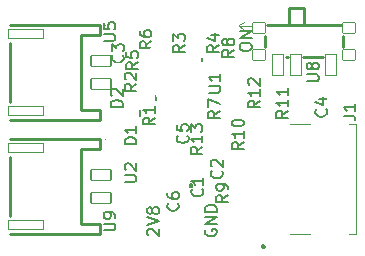
<source format=gbr>
%TF.GenerationSoftware,KiCad,Pcbnew,6.0.10-86aedd382b~118~ubuntu20.04.1*%
%TF.CreationDate,2023-02-01T15:39:36-08:00*%
%TF.ProjectId,CAD,4341442e-6b69-4636-9164-5f7063625858,rev?*%
%TF.SameCoordinates,Original*%
%TF.FileFunction,Legend,Top*%
%TF.FilePolarity,Positive*%
%FSLAX46Y46*%
G04 Gerber Fmt 4.6, Leading zero omitted, Abs format (unit mm)*
G04 Created by KiCad (PCBNEW 6.0.10-86aedd382b~118~ubuntu20.04.1) date 2023-02-01 15:39:36*
%MOMM*%
%LPD*%
G01*
G04 APERTURE LIST*
G04 Aperture macros list*
%AMRoundRect*
0 Rectangle with rounded corners*
0 $1 Rounding radius*
0 $2 $3 $4 $5 $6 $7 $8 $9 X,Y pos of 4 corners*
0 Add a 4 corners polygon primitive as box body*
4,1,4,$2,$3,$4,$5,$6,$7,$8,$9,$2,$3,0*
0 Add four circle primitives for the rounded corners*
1,1,$1+$1,$2,$3*
1,1,$1+$1,$4,$5*
1,1,$1+$1,$6,$7*
1,1,$1+$1,$8,$9*
0 Add four rect primitives between the rounded corners*
20,1,$1+$1,$2,$3,$4,$5,0*
20,1,$1+$1,$4,$5,$6,$7,0*
20,1,$1+$1,$6,$7,$8,$9,0*
20,1,$1+$1,$8,$9,$2,$3,0*%
G04 Aperture macros list end*
%ADD10C,0.120000*%
%ADD11C,0.150000*%
%ADD12C,0.254001*%
%ADD13C,0.059995*%
%ADD14C,0.153000*%
%ADD15RoundRect,0.051000X0.850000X-0.450000X0.850000X0.450000X-0.850000X0.450000X-0.850000X-0.450000X0*%
%ADD16RoundRect,0.051000X1.500000X-0.400000X1.500000X0.400000X-1.500000X0.400000X-1.500000X-0.400000X0*%
%ADD17C,0.951987*%
%ADD18RoundRect,0.051000X0.450000X0.900000X-0.450000X0.900000X-0.450000X-0.900000X0.450000X-0.900000X0*%
%ADD19RoundRect,0.051000X0.550000X0.464998X-0.550000X0.464998X-0.550000X-0.464998X0.550000X-0.464998X0*%
%ADD20C,0.712000*%
%ADD21C,0.702000*%
G04 APERTURE END LIST*
D10*
X79044800Y-148691600D02*
X79349600Y-148996400D01*
X79044800Y-148666200D02*
X79451200Y-148412200D01*
X80111600Y-148691600D02*
X79044800Y-148691600D01*
D11*
X79106780Y-150580647D02*
X79106780Y-150390171D01*
X79154400Y-150294933D01*
X79249638Y-150199695D01*
X79440114Y-150152076D01*
X79773447Y-150152076D01*
X79963923Y-150199695D01*
X80059161Y-150294933D01*
X80106780Y-150390171D01*
X80106780Y-150580647D01*
X80059161Y-150675885D01*
X79963923Y-150771123D01*
X79773447Y-150818742D01*
X79440114Y-150818742D01*
X79249638Y-150771123D01*
X79154400Y-150675885D01*
X79106780Y-150580647D01*
X80106780Y-149723504D02*
X79106780Y-149723504D01*
X80106780Y-149152076D01*
X79106780Y-149152076D01*
X71378819Y-166442876D02*
X71331200Y-166395257D01*
X71283580Y-166300019D01*
X71283580Y-166061923D01*
X71331200Y-165966685D01*
X71378819Y-165919066D01*
X71474057Y-165871447D01*
X71569295Y-165871447D01*
X71712152Y-165919066D01*
X72283580Y-166490495D01*
X72283580Y-165871447D01*
X71283580Y-165585733D02*
X72283580Y-165252400D01*
X71283580Y-164919066D01*
X71712152Y-164442876D02*
X71664533Y-164538114D01*
X71616914Y-164585733D01*
X71521676Y-164633352D01*
X71474057Y-164633352D01*
X71378819Y-164585733D01*
X71331200Y-164538114D01*
X71283580Y-164442876D01*
X71283580Y-164252400D01*
X71331200Y-164157161D01*
X71378819Y-164109542D01*
X71474057Y-164061923D01*
X71521676Y-164061923D01*
X71616914Y-164109542D01*
X71664533Y-164157161D01*
X71712152Y-164252400D01*
X71712152Y-164442876D01*
X71759771Y-164538114D01*
X71807390Y-164585733D01*
X71902628Y-164633352D01*
X72093104Y-164633352D01*
X72188342Y-164585733D01*
X72235961Y-164538114D01*
X72283580Y-164442876D01*
X72283580Y-164252400D01*
X72235961Y-164157161D01*
X72188342Y-164109542D01*
X72093104Y-164061923D01*
X71902628Y-164061923D01*
X71807390Y-164109542D01*
X71759771Y-164157161D01*
X71712152Y-164252400D01*
X76208000Y-165963504D02*
X76160380Y-166058742D01*
X76160380Y-166201600D01*
X76208000Y-166344457D01*
X76303238Y-166439695D01*
X76398476Y-166487314D01*
X76588952Y-166534933D01*
X76731809Y-166534933D01*
X76922285Y-166487314D01*
X77017523Y-166439695D01*
X77112761Y-166344457D01*
X77160380Y-166201600D01*
X77160380Y-166106361D01*
X77112761Y-165963504D01*
X77065142Y-165915885D01*
X76731809Y-165915885D01*
X76731809Y-166106361D01*
X77160380Y-165487314D02*
X76160380Y-165487314D01*
X77160380Y-164915885D01*
X76160380Y-164915885D01*
X77160380Y-164439695D02*
X76160380Y-164439695D01*
X76160380Y-164201600D01*
X76208000Y-164058742D01*
X76303238Y-163963504D01*
X76398476Y-163915885D01*
X76588952Y-163868266D01*
X76731809Y-163868266D01*
X76922285Y-163915885D01*
X77017523Y-163963504D01*
X77112761Y-164058742D01*
X77160380Y-164201600D01*
X77160380Y-164439695D01*
%TO.C,C2*%
X77573142Y-160992576D02*
X77620761Y-161040195D01*
X77668380Y-161183052D01*
X77668380Y-161278290D01*
X77620761Y-161421147D01*
X77525523Y-161516385D01*
X77430285Y-161564004D01*
X77239809Y-161611623D01*
X77096952Y-161611623D01*
X76906476Y-161564004D01*
X76811238Y-161516385D01*
X76716000Y-161421147D01*
X76668380Y-161278290D01*
X76668380Y-161183052D01*
X76716000Y-161040195D01*
X76763619Y-160992576D01*
X76763619Y-160611623D02*
X76716000Y-160564004D01*
X76668380Y-160468766D01*
X76668380Y-160230671D01*
X76716000Y-160135433D01*
X76763619Y-160087814D01*
X76858857Y-160040195D01*
X76954095Y-160040195D01*
X77096952Y-160087814D01*
X77668380Y-160659242D01*
X77668380Y-160040195D01*
%TO.C,U9*%
X67575180Y-166034404D02*
X68384704Y-166034404D01*
X68479942Y-165986785D01*
X68527561Y-165939166D01*
X68575180Y-165843928D01*
X68575180Y-165653452D01*
X68527561Y-165558214D01*
X68479942Y-165510595D01*
X68384704Y-165462976D01*
X67575180Y-165462976D01*
X68575180Y-164939166D02*
X68575180Y-164748690D01*
X68527561Y-164653452D01*
X68479942Y-164605833D01*
X68337085Y-164510595D01*
X68146609Y-164462976D01*
X67765657Y-164462976D01*
X67670419Y-164510595D01*
X67622800Y-164558214D01*
X67575180Y-164653452D01*
X67575180Y-164843928D01*
X67622800Y-164939166D01*
X67670419Y-164986785D01*
X67765657Y-165034404D01*
X68003752Y-165034404D01*
X68098990Y-164986785D01*
X68146609Y-164939166D01*
X68194228Y-164843928D01*
X68194228Y-164653452D01*
X68146609Y-164558214D01*
X68098990Y-164510595D01*
X68003752Y-164462976D01*
%TO.C,*%
%TO.C,U8*%
X84796380Y-153395804D02*
X85605904Y-153395804D01*
X85701142Y-153348185D01*
X85748761Y-153300566D01*
X85796380Y-153205328D01*
X85796380Y-153014852D01*
X85748761Y-152919614D01*
X85701142Y-152871995D01*
X85605904Y-152824376D01*
X84796380Y-152824376D01*
X85224952Y-152205328D02*
X85177333Y-152300566D01*
X85129714Y-152348185D01*
X85034476Y-152395804D01*
X84986857Y-152395804D01*
X84891619Y-152348185D01*
X84844000Y-152300566D01*
X84796380Y-152205328D01*
X84796380Y-152014852D01*
X84844000Y-151919614D01*
X84891619Y-151871995D01*
X84986857Y-151824376D01*
X85034476Y-151824376D01*
X85129714Y-151871995D01*
X85177333Y-151919614D01*
X85224952Y-152014852D01*
X85224952Y-152205328D01*
X85272571Y-152300566D01*
X85320190Y-152348185D01*
X85415428Y-152395804D01*
X85605904Y-152395804D01*
X85701142Y-152348185D01*
X85748761Y-152300566D01*
X85796380Y-152205328D01*
X85796380Y-152014852D01*
X85748761Y-151919614D01*
X85701142Y-151871995D01*
X85605904Y-151824376D01*
X85415428Y-151824376D01*
X85320190Y-151871995D01*
X85272571Y-151919614D01*
X85224952Y-152014852D01*
%TO.C,R3*%
X74467980Y-150338357D02*
X73991790Y-150671690D01*
X74467980Y-150909785D02*
X73467980Y-150909785D01*
X73467980Y-150528833D01*
X73515600Y-150433595D01*
X73563219Y-150385976D01*
X73658457Y-150338357D01*
X73801314Y-150338357D01*
X73896552Y-150385976D01*
X73944171Y-150433595D01*
X73991790Y-150528833D01*
X73991790Y-150909785D01*
X73467980Y-150005023D02*
X73467980Y-149385976D01*
X73848933Y-149719309D01*
X73848933Y-149576452D01*
X73896552Y-149481214D01*
X73944171Y-149433595D01*
X74039409Y-149385976D01*
X74277504Y-149385976D01*
X74372742Y-149433595D01*
X74420361Y-149481214D01*
X74467980Y-149576452D01*
X74467980Y-149862166D01*
X74420361Y-149957404D01*
X74372742Y-150005023D01*
%TO.C,*%
%TO.C,R9*%
X78125580Y-163038357D02*
X77649390Y-163371690D01*
X78125580Y-163609785D02*
X77125580Y-163609785D01*
X77125580Y-163228833D01*
X77173200Y-163133595D01*
X77220819Y-163085976D01*
X77316057Y-163038357D01*
X77458914Y-163038357D01*
X77554152Y-163085976D01*
X77601771Y-163133595D01*
X77649390Y-163228833D01*
X77649390Y-163609785D01*
X78125580Y-162562166D02*
X78125580Y-162371690D01*
X78077961Y-162276452D01*
X78030342Y-162228833D01*
X77887485Y-162133595D01*
X77697009Y-162085976D01*
X77316057Y-162085976D01*
X77220819Y-162133595D01*
X77173200Y-162181214D01*
X77125580Y-162276452D01*
X77125580Y-162466928D01*
X77173200Y-162562166D01*
X77220819Y-162609785D01*
X77316057Y-162657404D01*
X77554152Y-162657404D01*
X77649390Y-162609785D01*
X77697009Y-162562166D01*
X77744628Y-162466928D01*
X77744628Y-162276452D01*
X77697009Y-162181214D01*
X77649390Y-162133595D01*
X77554152Y-162085976D01*
%TO.C,R5*%
X70505580Y-151797776D02*
X70029390Y-152131109D01*
X70505580Y-152369204D02*
X69505580Y-152369204D01*
X69505580Y-151988252D01*
X69553200Y-151893014D01*
X69600819Y-151845395D01*
X69696057Y-151797776D01*
X69838914Y-151797776D01*
X69934152Y-151845395D01*
X69981771Y-151893014D01*
X70029390Y-151988252D01*
X70029390Y-152369204D01*
X69505580Y-150893014D02*
X69505580Y-151369204D01*
X69981771Y-151416823D01*
X69934152Y-151369204D01*
X69886533Y-151273966D01*
X69886533Y-151035871D01*
X69934152Y-150940633D01*
X69981771Y-150893014D01*
X70077009Y-150845395D01*
X70315104Y-150845395D01*
X70410342Y-150893014D01*
X70457961Y-150940633D01*
X70505580Y-151035871D01*
X70505580Y-151273966D01*
X70457961Y-151369204D01*
X70410342Y-151416823D01*
%TO.C,D2*%
X69184780Y-155569604D02*
X68184780Y-155569604D01*
X68184780Y-155331509D01*
X68232400Y-155188652D01*
X68327638Y-155093414D01*
X68422876Y-155045795D01*
X68613352Y-154998176D01*
X68756209Y-154998176D01*
X68946685Y-155045795D01*
X69041923Y-155093414D01*
X69137161Y-155188652D01*
X69184780Y-155331509D01*
X69184780Y-155569604D01*
X68280019Y-154617223D02*
X68232400Y-154569604D01*
X68184780Y-154474366D01*
X68184780Y-154236271D01*
X68232400Y-154141033D01*
X68280019Y-154093414D01*
X68375257Y-154045795D01*
X68470495Y-154045795D01*
X68613352Y-154093414D01*
X69184780Y-154664842D01*
X69184780Y-154045795D01*
%TO.C,C4*%
X86412342Y-155773957D02*
X86459961Y-155821576D01*
X86507580Y-155964433D01*
X86507580Y-156059671D01*
X86459961Y-156202528D01*
X86364723Y-156297766D01*
X86269485Y-156345385D01*
X86079009Y-156393004D01*
X85936152Y-156393004D01*
X85745676Y-156345385D01*
X85650438Y-156297766D01*
X85555200Y-156202528D01*
X85507580Y-156059671D01*
X85507580Y-155964433D01*
X85555200Y-155821576D01*
X85602819Y-155773957D01*
X85840914Y-154916814D02*
X86507580Y-154916814D01*
X85459961Y-155154909D02*
X86174247Y-155393004D01*
X86174247Y-154773957D01*
%TO.C,U5*%
X67575180Y-149992204D02*
X68384704Y-149992204D01*
X68479942Y-149944585D01*
X68527561Y-149896966D01*
X68575180Y-149801728D01*
X68575180Y-149611252D01*
X68527561Y-149516014D01*
X68479942Y-149468395D01*
X68384704Y-149420776D01*
X67575180Y-149420776D01*
X67575180Y-148468395D02*
X67575180Y-148944585D01*
X68051371Y-148992204D01*
X68003752Y-148944585D01*
X67956133Y-148849347D01*
X67956133Y-148611252D01*
X68003752Y-148516014D01*
X68051371Y-148468395D01*
X68146609Y-148420776D01*
X68384704Y-148420776D01*
X68479942Y-148468395D01*
X68527561Y-148516014D01*
X68575180Y-148611252D01*
X68575180Y-148849347D01*
X68527561Y-148944585D01*
X68479942Y-148992204D01*
%TO.C,R2*%
X70353180Y-153626576D02*
X69876990Y-153959909D01*
X70353180Y-154198004D02*
X69353180Y-154198004D01*
X69353180Y-153817052D01*
X69400800Y-153721814D01*
X69448419Y-153674195D01*
X69543657Y-153626576D01*
X69686514Y-153626576D01*
X69781752Y-153674195D01*
X69829371Y-153721814D01*
X69876990Y-153817052D01*
X69876990Y-154198004D01*
X69448419Y-153245623D02*
X69400800Y-153198004D01*
X69353180Y-153102766D01*
X69353180Y-152864671D01*
X69400800Y-152769433D01*
X69448419Y-152721814D01*
X69543657Y-152674195D01*
X69638895Y-152674195D01*
X69781752Y-152721814D01*
X70353180Y-153293242D01*
X70353180Y-152674195D01*
%TO.C,C6*%
X73864742Y-163735776D02*
X73912361Y-163783395D01*
X73959980Y-163926252D01*
X73959980Y-164021490D01*
X73912361Y-164164347D01*
X73817123Y-164259585D01*
X73721885Y-164307204D01*
X73531409Y-164354823D01*
X73388552Y-164354823D01*
X73198076Y-164307204D01*
X73102838Y-164259585D01*
X73007600Y-164164347D01*
X72959980Y-164021490D01*
X72959980Y-163926252D01*
X73007600Y-163783395D01*
X73055219Y-163735776D01*
X72959980Y-162878633D02*
X72959980Y-163069109D01*
X73007600Y-163164347D01*
X73055219Y-163211966D01*
X73198076Y-163307204D01*
X73388552Y-163354823D01*
X73769504Y-163354823D01*
X73864742Y-163307204D01*
X73912361Y-163259585D01*
X73959980Y-163164347D01*
X73959980Y-162973871D01*
X73912361Y-162878633D01*
X73864742Y-162831014D01*
X73769504Y-162783395D01*
X73531409Y-162783395D01*
X73436171Y-162831014D01*
X73388552Y-162878633D01*
X73340933Y-162973871D01*
X73340933Y-163164347D01*
X73388552Y-163259585D01*
X73436171Y-163307204D01*
X73531409Y-163354823D01*
%TO.C,R8*%
X78633580Y-150744757D02*
X78157390Y-151078090D01*
X78633580Y-151316185D02*
X77633580Y-151316185D01*
X77633580Y-150935233D01*
X77681200Y-150839995D01*
X77728819Y-150792376D01*
X77824057Y-150744757D01*
X77966914Y-150744757D01*
X78062152Y-150792376D01*
X78109771Y-150839995D01*
X78157390Y-150935233D01*
X78157390Y-151316185D01*
X78062152Y-150173328D02*
X78014533Y-150268566D01*
X77966914Y-150316185D01*
X77871676Y-150363804D01*
X77824057Y-150363804D01*
X77728819Y-150316185D01*
X77681200Y-150268566D01*
X77633580Y-150173328D01*
X77633580Y-149982852D01*
X77681200Y-149887614D01*
X77728819Y-149839995D01*
X77824057Y-149792376D01*
X77871676Y-149792376D01*
X77966914Y-149839995D01*
X78014533Y-149887614D01*
X78062152Y-149982852D01*
X78062152Y-150173328D01*
X78109771Y-150268566D01*
X78157390Y-150316185D01*
X78252628Y-150363804D01*
X78443104Y-150363804D01*
X78538342Y-150316185D01*
X78585961Y-150268566D01*
X78633580Y-150173328D01*
X78633580Y-149982852D01*
X78585961Y-149887614D01*
X78538342Y-149839995D01*
X78443104Y-149792376D01*
X78252628Y-149792376D01*
X78157390Y-149839995D01*
X78109771Y-149887614D01*
X78062152Y-149982852D01*
%TO.C,C1*%
X75922142Y-162530357D02*
X75969761Y-162577976D01*
X76017380Y-162720833D01*
X76017380Y-162816071D01*
X75969761Y-162958928D01*
X75874523Y-163054166D01*
X75779285Y-163101785D01*
X75588809Y-163149404D01*
X75445952Y-163149404D01*
X75255476Y-163101785D01*
X75160238Y-163054166D01*
X75065000Y-162958928D01*
X75017380Y-162816071D01*
X75017380Y-162720833D01*
X75065000Y-162577976D01*
X75112619Y-162530357D01*
X76017380Y-161577976D02*
X76017380Y-162149404D01*
X76017380Y-161863690D02*
X75017380Y-161863690D01*
X75160238Y-161958928D01*
X75255476Y-162054166D01*
X75303095Y-162149404D01*
%TO.C,R10*%
X79446380Y-158554176D02*
X78970190Y-158887509D01*
X79446380Y-159125604D02*
X78446380Y-159125604D01*
X78446380Y-158744652D01*
X78494000Y-158649414D01*
X78541619Y-158601795D01*
X78636857Y-158554176D01*
X78779714Y-158554176D01*
X78874952Y-158601795D01*
X78922571Y-158649414D01*
X78970190Y-158744652D01*
X78970190Y-159125604D01*
X79446380Y-157601795D02*
X79446380Y-158173223D01*
X79446380Y-157887509D02*
X78446380Y-157887509D01*
X78589238Y-157982747D01*
X78684476Y-158077985D01*
X78732095Y-158173223D01*
X78446380Y-156982747D02*
X78446380Y-156887509D01*
X78494000Y-156792271D01*
X78541619Y-156744652D01*
X78636857Y-156697033D01*
X78827333Y-156649414D01*
X79065428Y-156649414D01*
X79255904Y-156697033D01*
X79351142Y-156744652D01*
X79398761Y-156792271D01*
X79446380Y-156887509D01*
X79446380Y-156982747D01*
X79398761Y-157077985D01*
X79351142Y-157125604D01*
X79255904Y-157173223D01*
X79065428Y-157220842D01*
X78827333Y-157220842D01*
X78636857Y-157173223D01*
X78541619Y-157125604D01*
X78494000Y-157077985D01*
X78446380Y-156982747D01*
%TO.C,U1*%
X76465180Y-154361004D02*
X77274704Y-154361004D01*
X77369942Y-154313385D01*
X77417561Y-154265766D01*
X77465180Y-154170528D01*
X77465180Y-153980052D01*
X77417561Y-153884814D01*
X77369942Y-153837195D01*
X77274704Y-153789576D01*
X76465180Y-153789576D01*
X77465180Y-152789576D02*
X77465180Y-153361004D01*
X77465180Y-153075290D02*
X76465180Y-153075290D01*
X76608038Y-153170528D01*
X76703276Y-153265766D01*
X76750895Y-153361004D01*
%TO.C,U2*%
X69353180Y-161919604D02*
X70162704Y-161919604D01*
X70257942Y-161871985D01*
X70305561Y-161824366D01*
X70353180Y-161729128D01*
X70353180Y-161538652D01*
X70305561Y-161443414D01*
X70257942Y-161395795D01*
X70162704Y-161348176D01*
X69353180Y-161348176D01*
X69448419Y-160919604D02*
X69400800Y-160871985D01*
X69353180Y-160776747D01*
X69353180Y-160538652D01*
X69400800Y-160443414D01*
X69448419Y-160395795D01*
X69543657Y-160348176D01*
X69638895Y-160348176D01*
X69781752Y-160395795D01*
X70353180Y-160967223D01*
X70353180Y-160348176D01*
%TO.C,C5*%
X74677542Y-157995376D02*
X74725161Y-158042995D01*
X74772780Y-158185852D01*
X74772780Y-158281090D01*
X74725161Y-158423947D01*
X74629923Y-158519185D01*
X74534685Y-158566804D01*
X74344209Y-158614423D01*
X74201352Y-158614423D01*
X74010876Y-158566804D01*
X73915638Y-158519185D01*
X73820400Y-158423947D01*
X73772780Y-158281090D01*
X73772780Y-158185852D01*
X73820400Y-158042995D01*
X73868019Y-157995376D01*
X73772780Y-157090614D02*
X73772780Y-157566804D01*
X74248971Y-157614423D01*
X74201352Y-157566804D01*
X74153733Y-157471566D01*
X74153733Y-157233471D01*
X74201352Y-157138233D01*
X74248971Y-157090614D01*
X74344209Y-157042995D01*
X74582304Y-157042995D01*
X74677542Y-157090614D01*
X74725161Y-157138233D01*
X74772780Y-157233471D01*
X74772780Y-157471566D01*
X74725161Y-157566804D01*
X74677542Y-157614423D01*
%TO.C,R6*%
X71623180Y-150019776D02*
X71146990Y-150353109D01*
X71623180Y-150591204D02*
X70623180Y-150591204D01*
X70623180Y-150210252D01*
X70670800Y-150115014D01*
X70718419Y-150067395D01*
X70813657Y-150019776D01*
X70956514Y-150019776D01*
X71051752Y-150067395D01*
X71099371Y-150115014D01*
X71146990Y-150210252D01*
X71146990Y-150591204D01*
X70623180Y-149162633D02*
X70623180Y-149353109D01*
X70670800Y-149448347D01*
X70718419Y-149495966D01*
X70861276Y-149591204D01*
X71051752Y-149638823D01*
X71432704Y-149638823D01*
X71527942Y-149591204D01*
X71575561Y-149543585D01*
X71623180Y-149448347D01*
X71623180Y-149257871D01*
X71575561Y-149162633D01*
X71527942Y-149115014D01*
X71432704Y-149067395D01*
X71194609Y-149067395D01*
X71099371Y-149115014D01*
X71051752Y-149162633D01*
X71004133Y-149257871D01*
X71004133Y-149448347D01*
X71051752Y-149543585D01*
X71099371Y-149591204D01*
X71194609Y-149638823D01*
%TO.C,R4*%
X77363580Y-150338357D02*
X76887390Y-150671690D01*
X77363580Y-150909785D02*
X76363580Y-150909785D01*
X76363580Y-150528833D01*
X76411200Y-150433595D01*
X76458819Y-150385976D01*
X76554057Y-150338357D01*
X76696914Y-150338357D01*
X76792152Y-150385976D01*
X76839771Y-150433595D01*
X76887390Y-150528833D01*
X76887390Y-150909785D01*
X76696914Y-149481214D02*
X77363580Y-149481214D01*
X76315961Y-149719309D02*
X77030247Y-149957404D01*
X77030247Y-149338357D01*
%TO.C,R12*%
X80817980Y-155049938D02*
X80341790Y-155383271D01*
X80817980Y-155621366D02*
X79817980Y-155621366D01*
X79817980Y-155240414D01*
X79865600Y-155145176D01*
X79913219Y-155097557D01*
X80008457Y-155049938D01*
X80151314Y-155049938D01*
X80246552Y-155097557D01*
X80294171Y-155145176D01*
X80341790Y-155240414D01*
X80341790Y-155621366D01*
X80817980Y-154097557D02*
X80817980Y-154668985D01*
X80817980Y-154383271D02*
X79817980Y-154383271D01*
X79960838Y-154478509D01*
X80056076Y-154573747D01*
X80103695Y-154668985D01*
X79913219Y-153716604D02*
X79865600Y-153668985D01*
X79817980Y-153573747D01*
X79817980Y-153335652D01*
X79865600Y-153240414D01*
X79913219Y-153192795D01*
X80008457Y-153145176D01*
X80103695Y-153145176D01*
X80246552Y-153192795D01*
X80817980Y-153764223D01*
X80817980Y-153145176D01*
%TO.C,R1*%
X71927980Y-156485157D02*
X71451790Y-156818490D01*
X71927980Y-157056585D02*
X70927980Y-157056585D01*
X70927980Y-156675633D01*
X70975600Y-156580395D01*
X71023219Y-156532776D01*
X71118457Y-156485157D01*
X71261314Y-156485157D01*
X71356552Y-156532776D01*
X71404171Y-156580395D01*
X71451790Y-156675633D01*
X71451790Y-157056585D01*
X71927980Y-155532776D02*
X71927980Y-156104204D01*
X71927980Y-155818490D02*
X70927980Y-155818490D01*
X71070838Y-155913728D01*
X71166076Y-156008966D01*
X71213695Y-156104204D01*
%TO.C,R11*%
X83205580Y-155913538D02*
X82729390Y-156246871D01*
X83205580Y-156484966D02*
X82205580Y-156484966D01*
X82205580Y-156104014D01*
X82253200Y-156008776D01*
X82300819Y-155961157D01*
X82396057Y-155913538D01*
X82538914Y-155913538D01*
X82634152Y-155961157D01*
X82681771Y-156008776D01*
X82729390Y-156104014D01*
X82729390Y-156484966D01*
X83205580Y-154961157D02*
X83205580Y-155532585D01*
X83205580Y-155246871D02*
X82205580Y-155246871D01*
X82348438Y-155342109D01*
X82443676Y-155437347D01*
X82491295Y-155532585D01*
X83205580Y-154008776D02*
X83205580Y-154580204D01*
X83205580Y-154294490D02*
X82205580Y-154294490D01*
X82348438Y-154389728D01*
X82443676Y-154484966D01*
X82491295Y-154580204D01*
%TO.C,J1*%
X87895180Y-156329576D02*
X88609466Y-156329576D01*
X88752323Y-156377195D01*
X88847561Y-156472433D01*
X88895180Y-156615290D01*
X88895180Y-156710528D01*
X88895180Y-155329576D02*
X88895180Y-155901004D01*
X88895180Y-155615290D02*
X87895180Y-155615290D01*
X88038038Y-155710528D01*
X88133276Y-155805766D01*
X88180895Y-155901004D01*
%TO.C,C3*%
X69191142Y-151201957D02*
X69238761Y-151249576D01*
X69286380Y-151392433D01*
X69286380Y-151487671D01*
X69238761Y-151630528D01*
X69143523Y-151725766D01*
X69048285Y-151773385D01*
X68857809Y-151821004D01*
X68714952Y-151821004D01*
X68524476Y-151773385D01*
X68429238Y-151725766D01*
X68334000Y-151630528D01*
X68286380Y-151487671D01*
X68286380Y-151392433D01*
X68334000Y-151249576D01*
X68381619Y-151201957D01*
X68286380Y-150868623D02*
X68286380Y-150249576D01*
X68667333Y-150582909D01*
X68667333Y-150440052D01*
X68714952Y-150344814D01*
X68762571Y-150297195D01*
X68857809Y-150249576D01*
X69095904Y-150249576D01*
X69191142Y-150297195D01*
X69238761Y-150344814D01*
X69286380Y-150440052D01*
X69286380Y-150725766D01*
X69238761Y-150821004D01*
X69191142Y-150868623D01*
%TO.C,R13*%
X75941180Y-158961538D02*
X75464990Y-159294871D01*
X75941180Y-159532966D02*
X74941180Y-159532966D01*
X74941180Y-159152014D01*
X74988800Y-159056776D01*
X75036419Y-159009157D01*
X75131657Y-158961538D01*
X75274514Y-158961538D01*
X75369752Y-159009157D01*
X75417371Y-159056776D01*
X75464990Y-159152014D01*
X75464990Y-159532966D01*
X75941180Y-158009157D02*
X75941180Y-158580585D01*
X75941180Y-158294871D02*
X74941180Y-158294871D01*
X75084038Y-158390109D01*
X75179276Y-158485347D01*
X75226895Y-158580585D01*
X74941180Y-157675823D02*
X74941180Y-157056776D01*
X75322133Y-157390109D01*
X75322133Y-157247252D01*
X75369752Y-157152014D01*
X75417371Y-157104395D01*
X75512609Y-157056776D01*
X75750704Y-157056776D01*
X75845942Y-157104395D01*
X75893561Y-157152014D01*
X75941180Y-157247252D01*
X75941180Y-157532966D01*
X75893561Y-157628204D01*
X75845942Y-157675823D01*
%TO.C,R7*%
X77414380Y-155937976D02*
X76938190Y-156271309D01*
X77414380Y-156509404D02*
X76414380Y-156509404D01*
X76414380Y-156128452D01*
X76462000Y-156033214D01*
X76509619Y-155985595D01*
X76604857Y-155937976D01*
X76747714Y-155937976D01*
X76842952Y-155985595D01*
X76890571Y-156033214D01*
X76938190Y-156128452D01*
X76938190Y-156509404D01*
X76414380Y-155604642D02*
X76414380Y-154937976D01*
X77414380Y-155366547D01*
%TO.C,D1*%
X70353180Y-158732985D02*
X69353180Y-158732985D01*
X69353180Y-158494890D01*
X69400800Y-158352033D01*
X69496038Y-158256795D01*
X69591276Y-158209176D01*
X69781752Y-158161557D01*
X69924609Y-158161557D01*
X70115085Y-158209176D01*
X70210323Y-158256795D01*
X70305561Y-158352033D01*
X70353180Y-158494890D01*
X70353180Y-158732985D01*
X70353180Y-157209176D02*
X70353180Y-157780604D01*
X70353180Y-157494890D02*
X69353180Y-157494890D01*
X69496038Y-157590128D01*
X69591276Y-157685366D01*
X69638895Y-157780604D01*
%TO.C,*%
D12*
%TO.C,U9*%
X67274981Y-166305594D02*
X59674905Y-166305594D01*
X65675159Y-159105162D02*
X65675159Y-165505975D01*
X59674905Y-158305568D02*
X67274981Y-158305568D01*
X67275032Y-165506051D02*
X67275032Y-166306152D01*
X59675159Y-164805848D02*
X59675159Y-159805848D01*
X67274879Y-158305568D02*
X67274879Y-159105594D01*
X65675159Y-165506076D02*
X67275438Y-165506076D01*
X67274879Y-159105594D02*
X65675159Y-159105594D01*
D13*
X67780010Y-158305873D02*
G75*
G03*
X67780010Y-158305873I-29972J0D01*
G01*
D12*
%TO.C,U8*%
X81382127Y-148665144D02*
X87782127Y-148665144D01*
X87882152Y-149553206D02*
X87882152Y-150477006D01*
X84490230Y-151365068D02*
X86173974Y-151365068D01*
X84582127Y-147165068D02*
X84582127Y-148665144D01*
X83282051Y-148665144D02*
X83282051Y-147165068D01*
X83282051Y-147165068D02*
X84582127Y-147165068D01*
X81282102Y-149553206D02*
X81282102Y-150477006D01*
X82990230Y-151365068D02*
X83174024Y-151365068D01*
D13*
X88464651Y-152376574D02*
G75*
G03*
X88464651Y-152376574I-29997J0D01*
G01*
D14*
%TO.C,D2*%
X72058500Y-154542300D02*
X72058500Y-155001300D01*
D12*
%TO.C,U5*%
X67274981Y-156653594D02*
X59674905Y-156653594D01*
X65675159Y-155854076D02*
X67275438Y-155854076D01*
X59675159Y-155153848D02*
X59675159Y-150153848D01*
X67274879Y-149453594D02*
X65675159Y-149453594D01*
X59674905Y-148653568D02*
X67274981Y-148653568D01*
X67275032Y-155854051D02*
X67275032Y-156654152D01*
X67274879Y-148653568D02*
X67274879Y-149453594D01*
X65675159Y-149453162D02*
X65675159Y-155853975D01*
D13*
X67780010Y-148653873D02*
G75*
G03*
X67780010Y-148653873I-29972J0D01*
G01*
D14*
%TO.C,U1*%
X75914500Y-151409500D02*
X75914500Y-151715500D01*
%TO.C,U2*%
G36*
X75033018Y-162043843D02*
G01*
X75070537Y-162055224D01*
X75105114Y-162073706D01*
X75135421Y-162098579D01*
X75160294Y-162128886D01*
X75178776Y-162163463D01*
X75190157Y-162200982D01*
X75194000Y-162240000D01*
X75190157Y-162279018D01*
X75178776Y-162316537D01*
X75160294Y-162351114D01*
X75135421Y-162381421D01*
X75105114Y-162406294D01*
X75070537Y-162424776D01*
X75033018Y-162436157D01*
X74994000Y-162440000D01*
X74954982Y-162436157D01*
X74917463Y-162424776D01*
X74882886Y-162406294D01*
X74852579Y-162381421D01*
X74827706Y-162351114D01*
X74809224Y-162316537D01*
X74797843Y-162279018D01*
X74794000Y-162240000D01*
X74797843Y-162200982D01*
X74809224Y-162163463D01*
X74827706Y-162128886D01*
X74852579Y-162098579D01*
X74882886Y-162073706D01*
X74917463Y-162055224D01*
X74954982Y-162043843D01*
X74994000Y-162040000D01*
X75033018Y-162043843D01*
G37*
%TO.C,J1*%
G36*
X81136018Y-167208343D02*
G01*
X81173537Y-167219724D01*
X81208114Y-167238206D01*
X81238421Y-167263079D01*
X81263294Y-167293386D01*
X81281776Y-167327963D01*
X81293157Y-167365482D01*
X81297000Y-167404500D01*
X81293157Y-167443518D01*
X81281776Y-167481037D01*
X81263294Y-167515614D01*
X81238421Y-167545921D01*
X81208114Y-167570794D01*
X81173537Y-167589276D01*
X81136018Y-167600657D01*
X81097000Y-167604500D01*
X81057982Y-167600657D01*
X81020463Y-167589276D01*
X80985886Y-167570794D01*
X80955579Y-167545921D01*
X80930706Y-167515614D01*
X80912224Y-167481037D01*
X80900843Y-167443518D01*
X80897000Y-167404500D01*
X80900843Y-167365482D01*
X80912224Y-167327963D01*
X80930706Y-167293386D01*
X80955579Y-167263079D01*
X80985886Y-167238206D01*
X81020463Y-167219724D01*
X81057982Y-167208343D01*
X81097000Y-167204500D01*
X81136018Y-167208343D01*
G37*
D10*
X88917000Y-166324500D02*
X88917000Y-156980500D01*
X85097000Y-156980500D02*
X83377000Y-156980500D01*
X88917000Y-156980500D02*
X88377000Y-156980500D01*
X88377000Y-166324500D02*
X88917000Y-166324500D01*
X83377000Y-166324500D02*
X85097000Y-166324500D01*
D14*
%TO.C,D1*%
X70704300Y-155863100D02*
X70704300Y-156322100D01*
%TD*%
%LPC*%
%TO.C,C2*%
G36*
X76550000Y-160552889D02*
G01*
X75850000Y-160552889D01*
X75850000Y-159995111D01*
X76550000Y-159995111D01*
X76550000Y-160552889D01*
G37*
G36*
X76550000Y-161550111D02*
G01*
X75850000Y-161550111D01*
X75850000Y-160992333D01*
X76550000Y-160992333D01*
X76550000Y-161550111D01*
G37*
%TO.C,*%
G36*
X70054845Y-164324175D02*
G01*
X70251818Y-164383926D01*
X70433349Y-164480957D01*
X70592462Y-164611538D01*
X70723043Y-164770651D01*
X70820074Y-164952182D01*
X70879825Y-165149155D01*
X70900000Y-165354000D01*
X70879825Y-165558845D01*
X70820074Y-165755818D01*
X70723043Y-165937349D01*
X70592462Y-166096462D01*
X70433349Y-166227043D01*
X70251818Y-166324074D01*
X70054845Y-166383825D01*
X69850000Y-166404000D01*
X69645155Y-166383825D01*
X69448182Y-166324074D01*
X69266651Y-166227043D01*
X69107538Y-166096462D01*
X68976957Y-165937349D01*
X68879926Y-165755818D01*
X68820175Y-165558845D01*
X68800000Y-165354000D01*
X68820175Y-165149155D01*
X68879926Y-164952182D01*
X68976957Y-164770651D01*
X69107538Y-164611538D01*
X69266651Y-164480957D01*
X69448182Y-164383926D01*
X69645155Y-164324175D01*
X69850000Y-164304000D01*
X70054845Y-164324175D01*
G37*
%TO.C,U8*%
G36*
X83164912Y-149598355D02*
G01*
X83244638Y-149622539D01*
X83318114Y-149661813D01*
X83382516Y-149714666D01*
X83435369Y-149779068D01*
X83474643Y-149852544D01*
X83498827Y-149932270D01*
X83506993Y-150015182D01*
X83498827Y-150098094D01*
X83474643Y-150177820D01*
X83435369Y-150251296D01*
X83382516Y-150315698D01*
X83318114Y-150368551D01*
X83244638Y-150407825D01*
X83164912Y-150432009D01*
X83082000Y-150440176D01*
X82999088Y-150432009D01*
X82919362Y-150407825D01*
X82845886Y-150368551D01*
X82781484Y-150315698D01*
X82728631Y-150251296D01*
X82689357Y-150177820D01*
X82665173Y-150098094D01*
X82657006Y-150015182D01*
X82665173Y-149932270D01*
X82689357Y-149852544D01*
X82728631Y-149779068D01*
X82781484Y-149714666D01*
X82845886Y-149661813D01*
X82919362Y-149622539D01*
X82999088Y-149598355D01*
X83082000Y-149590188D01*
X83164912Y-149598355D01*
G37*
G36*
X86164912Y-149598355D02*
G01*
X86244638Y-149622539D01*
X86318114Y-149661813D01*
X86382516Y-149714666D01*
X86435369Y-149779068D01*
X86474643Y-149852544D01*
X86498827Y-149932270D01*
X86506994Y-150015182D01*
X86498827Y-150098094D01*
X86474643Y-150177820D01*
X86435369Y-150251296D01*
X86382516Y-150315698D01*
X86318114Y-150368551D01*
X86244638Y-150407825D01*
X86164912Y-150432009D01*
X86082000Y-150440176D01*
X85999088Y-150432009D01*
X85919362Y-150407825D01*
X85845886Y-150368551D01*
X85781484Y-150315698D01*
X85728631Y-150251296D01*
X85689357Y-150177820D01*
X85665173Y-150098094D01*
X85657007Y-150015182D01*
X85665173Y-149932270D01*
X85689357Y-149852544D01*
X85728631Y-149779068D01*
X85781484Y-149714666D01*
X85845886Y-149661813D01*
X85919362Y-149622539D01*
X85999088Y-149598355D01*
X86082000Y-149590188D01*
X86164912Y-149598355D01*
G37*
%TO.C,R3*%
G36*
X73117000Y-150032277D02*
G01*
X72417000Y-150032277D01*
X72417000Y-149551999D01*
X73117000Y-149551999D01*
X73117000Y-150032277D01*
G37*
G36*
X73117000Y-150951999D02*
G01*
X72417000Y-150951999D01*
X72417000Y-150471721D01*
X73117000Y-150471721D01*
X73117000Y-150951999D01*
G37*
%TO.C,*%
G36*
X78690845Y-164324175D02*
G01*
X78887818Y-164383926D01*
X79069349Y-164480957D01*
X79228462Y-164611538D01*
X79359043Y-164770651D01*
X79456074Y-164952182D01*
X79515825Y-165149155D01*
X79536000Y-165354000D01*
X79515825Y-165558845D01*
X79456074Y-165755818D01*
X79359043Y-165937349D01*
X79228462Y-166096462D01*
X79069349Y-166227043D01*
X78887818Y-166324074D01*
X78690845Y-166383825D01*
X78486000Y-166404000D01*
X78281155Y-166383825D01*
X78084182Y-166324074D01*
X77902651Y-166227043D01*
X77743538Y-166096462D01*
X77612957Y-165937349D01*
X77515926Y-165755818D01*
X77456175Y-165558845D01*
X77436000Y-165354000D01*
X77456175Y-165149155D01*
X77515926Y-164952182D01*
X77612957Y-164770651D01*
X77743538Y-164611538D01*
X77902651Y-164480957D01*
X78084182Y-164383926D01*
X78281155Y-164324175D01*
X78486000Y-164304000D01*
X78690845Y-164324175D01*
G37*
%TO.C,R9*%
G36*
X79744800Y-163214800D02*
G01*
X79264522Y-163214800D01*
X79264522Y-162514800D01*
X79744800Y-162514800D01*
X79744800Y-163214800D01*
G37*
G36*
X78825078Y-163214800D02*
G01*
X78344800Y-163214800D01*
X78344800Y-162514800D01*
X78825078Y-162514800D01*
X78825078Y-163214800D01*
G37*
%TO.C,R5*%
G36*
X71081278Y-153141999D02*
G01*
X70601000Y-153141999D01*
X70601000Y-152441999D01*
X71081278Y-152441999D01*
X71081278Y-153141999D01*
G37*
G36*
X72001000Y-153141999D02*
G01*
X71520722Y-153141999D01*
X71520722Y-152441999D01*
X72001000Y-152441999D01*
X72001000Y-153141999D01*
G37*
%TO.C,D2*%
G36*
X70334132Y-155515800D02*
G01*
X69722000Y-155515800D01*
X69722000Y-154465800D01*
X70334132Y-154465800D01*
X70334132Y-155515800D01*
G37*
G36*
X71772000Y-155515800D02*
G01*
X71159868Y-155515800D01*
X71159868Y-154465800D01*
X71772000Y-154465800D01*
X71772000Y-155515800D01*
G37*
%TO.C,C4*%
G36*
X85186000Y-156312500D02*
G01*
X84486000Y-156312500D01*
X84486000Y-155794722D01*
X85186000Y-155794722D01*
X85186000Y-156312500D01*
G37*
G36*
X85186000Y-155355278D02*
G01*
X84486000Y-155355278D01*
X84486000Y-154837500D01*
X85186000Y-154837500D01*
X85186000Y-155355278D01*
G37*
%TO.C,R2*%
G36*
X71081278Y-154157999D02*
G01*
X70601000Y-154157999D01*
X70601000Y-153457999D01*
X71081278Y-153457999D01*
X71081278Y-154157999D01*
G37*
G36*
X72001000Y-154157999D02*
G01*
X71520722Y-154157999D01*
X71520722Y-153457999D01*
X72001000Y-153457999D01*
X72001000Y-154157999D01*
G37*
%TO.C,C6*%
G36*
X71408278Y-163672000D02*
G01*
X70890500Y-163672000D01*
X70890500Y-162972000D01*
X71408278Y-162972000D01*
X71408278Y-163672000D01*
G37*
G36*
X72365500Y-163672000D02*
G01*
X71847722Y-163672000D01*
X71847722Y-162972000D01*
X72365500Y-162972000D01*
X72365500Y-163672000D01*
G37*
%TO.C,R8*%
G36*
X77936000Y-152270000D02*
G01*
X77455722Y-152270000D01*
X77455722Y-151570000D01*
X77936000Y-151570000D01*
X77936000Y-152270000D01*
G37*
G36*
X77016278Y-152270000D02*
G01*
X76536000Y-152270000D01*
X76536000Y-151570000D01*
X77016278Y-151570000D01*
X77016278Y-152270000D01*
G37*
%TO.C,C1*%
G36*
X75534000Y-161559500D02*
G01*
X74834000Y-161559500D01*
X74834000Y-161001722D01*
X75534000Y-161001722D01*
X75534000Y-161559500D01*
G37*
G36*
X75534000Y-160562278D02*
G01*
X74834000Y-160562278D01*
X74834000Y-160004500D01*
X75534000Y-160004500D01*
X75534000Y-160562278D01*
G37*
%TO.C,R10*%
G36*
X79028278Y-160116000D02*
G01*
X78548000Y-160116000D01*
X78548000Y-159416000D01*
X79028278Y-159416000D01*
X79028278Y-160116000D01*
G37*
G36*
X79948000Y-160116000D02*
G01*
X79467722Y-160116000D01*
X79467722Y-159416000D01*
X79948000Y-159416000D01*
X79948000Y-160116000D01*
G37*
%TO.C,U1*%
G36*
X74671000Y-152136000D02*
G01*
X74411000Y-152136000D01*
X74411000Y-151236000D01*
X74671000Y-151236000D01*
X74671000Y-152136000D01*
G37*
G36*
X73241000Y-152566000D02*
G01*
X72341000Y-152566000D01*
X72341000Y-152306000D01*
X73241000Y-152306000D01*
X73241000Y-152566000D01*
G37*
G36*
X76241000Y-152566000D02*
G01*
X75341000Y-152566000D01*
X75341000Y-152306000D01*
X76241000Y-152306000D01*
X76241000Y-152566000D01*
G37*
G36*
X73241000Y-154066000D02*
G01*
X72341000Y-154066000D01*
X72341000Y-153806000D01*
X73241000Y-153806000D01*
X73241000Y-154066000D01*
G37*
G36*
X75181000Y-154076000D02*
G01*
X73401000Y-154076000D01*
X73401000Y-152296000D01*
X75181000Y-152296000D01*
X75181000Y-154076000D01*
G37*
G36*
X73671000Y-155136000D02*
G01*
X73411000Y-155136000D01*
X73411000Y-154236000D01*
X73671000Y-154236000D01*
X73671000Y-155136000D01*
G37*
G36*
X74171000Y-155136000D02*
G01*
X73911000Y-155136000D01*
X73911000Y-154236000D01*
X74171000Y-154236000D01*
X74171000Y-155136000D01*
G37*
G36*
X73671000Y-152136000D02*
G01*
X73411000Y-152136000D01*
X73411000Y-151236000D01*
X73671000Y-151236000D01*
X73671000Y-152136000D01*
G37*
G36*
X74171000Y-152136000D02*
G01*
X73911000Y-152136000D01*
X73911000Y-151236000D01*
X74171000Y-151236000D01*
X74171000Y-152136000D01*
G37*
G36*
X76241000Y-154066000D02*
G01*
X75341000Y-154066000D01*
X75341000Y-153806000D01*
X76241000Y-153806000D01*
X76241000Y-154066000D01*
G37*
G36*
X75171000Y-155136000D02*
G01*
X74911000Y-155136000D01*
X74911000Y-154236000D01*
X75171000Y-154236000D01*
X75171000Y-155136000D01*
G37*
G36*
X73241000Y-153066000D02*
G01*
X72341000Y-153066000D01*
X72341000Y-152806000D01*
X73241000Y-152806000D01*
X73241000Y-153066000D01*
G37*
G36*
X74671000Y-155136000D02*
G01*
X74411000Y-155136000D01*
X74411000Y-154236000D01*
X74671000Y-154236000D01*
X74671000Y-155136000D01*
G37*
G36*
X75171000Y-152136000D02*
G01*
X74911000Y-152136000D01*
X74911000Y-151236000D01*
X75171000Y-151236000D01*
X75171000Y-152136000D01*
G37*
G36*
X76241000Y-153566000D02*
G01*
X75341000Y-153566000D01*
X75341000Y-153306000D01*
X76241000Y-153306000D01*
X76241000Y-153566000D01*
G37*
G36*
X76241000Y-153066000D02*
G01*
X75341000Y-153066000D01*
X75341000Y-152806000D01*
X76241000Y-152806000D01*
X76241000Y-153066000D01*
G37*
G36*
X73241000Y-153566000D02*
G01*
X72341000Y-153566000D01*
X72341000Y-153306000D01*
X73241000Y-153306000D01*
X73241000Y-153566000D01*
G37*
%TO.C,U2*%
G36*
X71869000Y-162590000D02*
G01*
X70719000Y-162590000D01*
X70719000Y-161890000D01*
X71869000Y-161890000D01*
X71869000Y-162590000D01*
G37*
G36*
X74569000Y-160690000D02*
G01*
X73419000Y-160690000D01*
X73419000Y-159990000D01*
X74569000Y-159990000D01*
X74569000Y-160690000D01*
G37*
G36*
X74569000Y-161640000D02*
G01*
X73419000Y-161640000D01*
X73419000Y-160940000D01*
X74569000Y-160940000D01*
X74569000Y-161640000D01*
G37*
G36*
X74569000Y-162590000D02*
G01*
X73419000Y-162590000D01*
X73419000Y-161890000D01*
X74569000Y-161890000D01*
X74569000Y-162590000D01*
G37*
G36*
X71869000Y-160690000D02*
G01*
X70719000Y-160690000D01*
X70719000Y-159990000D01*
X71869000Y-159990000D01*
X71869000Y-160690000D01*
G37*
%TO.C,C5*%
G36*
X74006000Y-155874277D02*
G01*
X73306000Y-155874277D01*
X73306000Y-155356499D01*
X74006000Y-155356499D01*
X74006000Y-155874277D01*
G37*
G36*
X74006000Y-156831499D02*
G01*
X73306000Y-156831499D01*
X73306000Y-156313721D01*
X74006000Y-156313721D01*
X74006000Y-156831499D01*
G37*
%TO.C,R6*%
G36*
X71081278Y-152125999D02*
G01*
X70601000Y-152125999D01*
X70601000Y-151425999D01*
X71081278Y-151425999D01*
X71081278Y-152125999D01*
G37*
G36*
X72001000Y-152125999D02*
G01*
X71520722Y-152125999D01*
X71520722Y-151425999D01*
X72001000Y-151425999D01*
X72001000Y-152125999D01*
G37*
%TO.C,R4*%
G36*
X76165000Y-150951999D02*
G01*
X75465000Y-150951999D01*
X75465000Y-150471721D01*
X76165000Y-150471721D01*
X76165000Y-150951999D01*
G37*
G36*
X76165000Y-150032277D02*
G01*
X75465000Y-150032277D01*
X75465000Y-149551999D01*
X76165000Y-149551999D01*
X76165000Y-150032277D01*
G37*
%TO.C,R12*%
G36*
X81472000Y-152877000D02*
G01*
X80991722Y-152877000D01*
X80991722Y-152177000D01*
X81472000Y-152177000D01*
X81472000Y-152877000D01*
G37*
G36*
X80552278Y-152877000D02*
G01*
X80072000Y-152877000D01*
X80072000Y-152177000D01*
X80552278Y-152177000D01*
X80552278Y-152877000D01*
G37*
%TO.C,R1*%
G36*
X72990000Y-155922416D02*
G01*
X72290000Y-155922416D01*
X72290000Y-155442138D01*
X72990000Y-155442138D01*
X72990000Y-155922416D01*
G37*
G36*
X72990000Y-156842138D02*
G01*
X72290000Y-156842138D01*
X72290000Y-156361860D01*
X72990000Y-156361860D01*
X72990000Y-156842138D01*
G37*
%TO.C,R11*%
G36*
X84170000Y-156275000D02*
G01*
X83470000Y-156275000D01*
X83470000Y-155794722D01*
X84170000Y-155794722D01*
X84170000Y-156275000D01*
G37*
G36*
X84170000Y-155355278D02*
G01*
X83470000Y-155355278D01*
X83470000Y-154875000D01*
X84170000Y-154875000D01*
X84170000Y-155355278D01*
G37*
%TO.C,J1*%
G36*
X86690545Y-156844107D02*
G01*
X86784342Y-156872560D01*
X86870785Y-156918765D01*
X86946553Y-156980947D01*
X87008735Y-157056715D01*
X87054940Y-157143158D01*
X87083393Y-157236955D01*
X87093000Y-157334500D01*
X87083393Y-157432045D01*
X87054940Y-157525842D01*
X87008735Y-157612285D01*
X86946553Y-157688053D01*
X86870785Y-157750235D01*
X86784342Y-157796440D01*
X86690545Y-157824893D01*
X86593000Y-157834500D01*
X85793000Y-157834500D01*
X85695455Y-157824893D01*
X85601658Y-157796440D01*
X85515215Y-157750235D01*
X85439447Y-157688053D01*
X85377265Y-157612285D01*
X85331060Y-157525842D01*
X85302607Y-157432045D01*
X85293000Y-157334500D01*
X85302607Y-157236955D01*
X85331060Y-157143158D01*
X85377265Y-157056715D01*
X85439447Y-156980947D01*
X85515215Y-156918765D01*
X85601658Y-156872560D01*
X85695455Y-156844107D01*
X85793000Y-156834500D01*
X86593000Y-156834500D01*
X86690545Y-156844107D01*
G37*
G36*
X81967000Y-161104500D02*
G01*
X80227000Y-161104500D01*
X80227000Y-160704500D01*
X81967000Y-160704500D01*
X81967000Y-161104500D01*
G37*
G36*
X81967000Y-158754500D02*
G01*
X80227000Y-158754500D01*
X80227000Y-158054500D01*
X81967000Y-158054500D01*
X81967000Y-158754500D01*
G37*
G36*
X81967000Y-163604500D02*
G01*
X80227000Y-163604500D01*
X80227000Y-163204500D01*
X81967000Y-163204500D01*
X81967000Y-163604500D01*
G37*
G36*
X82660545Y-156844107D02*
G01*
X82754342Y-156872560D01*
X82840785Y-156918765D01*
X82916553Y-156980947D01*
X82978735Y-157056715D01*
X83024940Y-157143158D01*
X83053393Y-157236955D01*
X83063000Y-157334500D01*
X83053393Y-157432045D01*
X83024940Y-157525842D01*
X82978735Y-157612285D01*
X82916553Y-157688053D01*
X82840785Y-157750235D01*
X82754342Y-157796440D01*
X82660545Y-157824893D01*
X82563000Y-157834500D01*
X81463000Y-157834500D01*
X81365455Y-157824893D01*
X81271658Y-157796440D01*
X81185215Y-157750235D01*
X81109447Y-157688053D01*
X81047265Y-157612285D01*
X81001060Y-157525842D01*
X80972607Y-157432045D01*
X80963000Y-157334500D01*
X80972607Y-157236955D01*
X81001060Y-157143158D01*
X81047265Y-157056715D01*
X81109447Y-156980947D01*
X81185215Y-156918765D01*
X81271658Y-156872560D01*
X81365455Y-156844107D01*
X81463000Y-156834500D01*
X82563000Y-156834500D01*
X82660545Y-156844107D01*
G37*
G36*
X81967000Y-163104500D02*
G01*
X80227000Y-163104500D01*
X80227000Y-162704500D01*
X81967000Y-162704500D01*
X81967000Y-163104500D01*
G37*
G36*
X81967000Y-159554500D02*
G01*
X80227000Y-159554500D01*
X80227000Y-158854500D01*
X81967000Y-158854500D01*
X81967000Y-159554500D01*
G37*
G36*
X81967000Y-160104500D02*
G01*
X80227000Y-160104500D01*
X80227000Y-159704500D01*
X81967000Y-159704500D01*
X81967000Y-160104500D01*
G37*
G36*
X86690545Y-165484107D02*
G01*
X86784342Y-165512560D01*
X86870785Y-165558765D01*
X86946553Y-165620947D01*
X87008735Y-165696715D01*
X87054940Y-165783158D01*
X87083393Y-165876955D01*
X87093000Y-165974500D01*
X87083393Y-166072045D01*
X87054940Y-166165842D01*
X87008735Y-166252285D01*
X86946553Y-166328053D01*
X86870785Y-166390235D01*
X86784342Y-166436440D01*
X86690545Y-166464893D01*
X86593000Y-166474500D01*
X85793000Y-166474500D01*
X85695455Y-166464893D01*
X85601658Y-166436440D01*
X85515215Y-166390235D01*
X85439447Y-166328053D01*
X85377265Y-166252285D01*
X85331060Y-166165842D01*
X85302607Y-166072045D01*
X85293000Y-165974500D01*
X85302607Y-165876955D01*
X85331060Y-165783158D01*
X85377265Y-165696715D01*
X85439447Y-165620947D01*
X85515215Y-165558765D01*
X85601658Y-165512560D01*
X85695455Y-165484107D01*
X85793000Y-165474500D01*
X86593000Y-165474500D01*
X86690545Y-165484107D01*
G37*
G36*
X81967000Y-160604500D02*
G01*
X80227000Y-160604500D01*
X80227000Y-160204500D01*
X81967000Y-160204500D01*
X81967000Y-160604500D01*
G37*
G36*
X81967000Y-162104500D02*
G01*
X80227000Y-162104500D01*
X80227000Y-161704500D01*
X81967000Y-161704500D01*
X81967000Y-162104500D01*
G37*
G36*
X81967000Y-165254500D02*
G01*
X80227000Y-165254500D01*
X80227000Y-164554500D01*
X81967000Y-164554500D01*
X81967000Y-165254500D01*
G37*
G36*
X81967000Y-161604500D02*
G01*
X80227000Y-161604500D01*
X80227000Y-161204500D01*
X81967000Y-161204500D01*
X81967000Y-161604500D01*
G37*
G36*
X82660545Y-165484107D02*
G01*
X82754342Y-165512560D01*
X82840785Y-165558765D01*
X82916553Y-165620947D01*
X82978735Y-165696715D01*
X83024940Y-165783158D01*
X83053393Y-165876955D01*
X83063000Y-165974500D01*
X83053393Y-166072045D01*
X83024940Y-166165842D01*
X82978735Y-166252285D01*
X82916553Y-166328053D01*
X82840785Y-166390235D01*
X82754342Y-166436440D01*
X82660545Y-166464893D01*
X82563000Y-166474500D01*
X81463000Y-166474500D01*
X81365455Y-166464893D01*
X81271658Y-166436440D01*
X81185215Y-166390235D01*
X81109447Y-166328053D01*
X81047265Y-166252285D01*
X81001060Y-166165842D01*
X80972607Y-166072045D01*
X80963000Y-165974500D01*
X80972607Y-165876955D01*
X81001060Y-165783158D01*
X81047265Y-165696715D01*
X81109447Y-165620947D01*
X81185215Y-165558765D01*
X81271658Y-165512560D01*
X81365455Y-165484107D01*
X81463000Y-165474500D01*
X82563000Y-165474500D01*
X82660545Y-165484107D01*
G37*
G36*
X81967000Y-162604500D02*
G01*
X80227000Y-162604500D01*
X80227000Y-162204500D01*
X81967000Y-162204500D01*
X81967000Y-162604500D01*
G37*
G36*
X81967000Y-164454500D02*
G01*
X80227000Y-164454500D01*
X80227000Y-163754500D01*
X81967000Y-163754500D01*
X81967000Y-164454500D01*
G37*
%TO.C,C3*%
G36*
X69184000Y-153431500D02*
G01*
X68484000Y-153431500D01*
X68484000Y-152873722D01*
X69184000Y-152873722D01*
X69184000Y-153431500D01*
G37*
G36*
X69184000Y-152434278D02*
G01*
X68484000Y-152434278D01*
X68484000Y-151876500D01*
X69184000Y-151876500D01*
X69184000Y-152434278D01*
G37*
%TO.C,R13*%
G36*
X75022000Y-155874277D02*
G01*
X74322000Y-155874277D01*
X74322000Y-155393999D01*
X75022000Y-155393999D01*
X75022000Y-155874277D01*
G37*
G36*
X75022000Y-156793999D02*
G01*
X74322000Y-156793999D01*
X74322000Y-156313721D01*
X75022000Y-156313721D01*
X75022000Y-156793999D01*
G37*
%TO.C,R7*%
G36*
X76296000Y-155863278D02*
G01*
X75596000Y-155863278D01*
X75596000Y-155383000D01*
X76296000Y-155383000D01*
X76296000Y-155863278D01*
G37*
G36*
X76296000Y-156783000D02*
G01*
X75596000Y-156783000D01*
X75596000Y-156302722D01*
X76296000Y-156302722D01*
X76296000Y-156783000D01*
G37*
%TO.C,D1*%
G36*
X70417800Y-156836600D02*
G01*
X69805668Y-156836600D01*
X69805668Y-155786600D01*
X70417800Y-155786600D01*
X70417800Y-156836600D01*
G37*
G36*
X68979932Y-156836600D02*
G01*
X68367800Y-156836600D01*
X68367800Y-155786600D01*
X68979932Y-155786600D01*
X68979932Y-156836600D01*
G37*
%TD*%
D15*
%TO.C,U9*%
X67325095Y-161305873D03*
X67325095Y-163305873D03*
D16*
X60975083Y-165555809D03*
X60975083Y-159055936D03*
%TD*%
D17*
%TO.C,U8*%
X83082000Y-150015182D03*
X86082000Y-150015182D03*
D18*
X86832064Y-152046932D03*
X83832064Y-152046932D03*
X82332191Y-152046932D03*
D19*
X80782025Y-151150056D03*
X80782025Y-148880054D03*
X88381975Y-148880054D03*
X88381975Y-151150056D03*
%TD*%
D15*
%TO.C,U5*%
X67325095Y-151653873D03*
X67325095Y-153653873D03*
D16*
X60975083Y-155903809D03*
X60975083Y-149403936D03*
%TD*%
D20*
%TO.C,J1*%
X82543000Y-158764500D03*
X82543000Y-164544500D03*
%TD*%
D21*
X79502000Y-163931600D03*
X64312800Y-149504400D03*
X64008000Y-157480000D03*
X75133200Y-163880800D03*
X72847200Y-165557200D03*
X88087200Y-158851600D03*
X87985600Y-164795200D03*
X87274400Y-155956000D03*
X88087200Y-161747200D03*
X88138000Y-155092400D03*
X78282800Y-148945600D03*
X74879200Y-165303200D03*
X76200000Y-163474400D03*
X71807969Y-150751169D03*
X67056000Y-149987000D03*
X88011000Y-153416000D03*
X86868000Y-154940000D03*
X72390000Y-154559000D03*
X73797000Y-153680000D03*
X74803000Y-153670000D03*
X74803000Y-152654000D03*
X73787000Y-152654000D03*
X73374000Y-159480000D03*
X72374000Y-159480000D03*
X71374000Y-159480000D03*
X73374000Y-158480000D03*
X72374000Y-158480000D03*
X71374000Y-158480000D03*
X73374000Y-157480000D03*
X72374000Y-157480000D03*
X71374000Y-157480000D03*
X61523936Y-160298063D03*
X62523936Y-160298063D03*
X63523936Y-164298063D03*
X61523936Y-162298063D03*
X64627000Y-153654000D03*
X60627000Y-152654000D03*
X60523936Y-161298063D03*
X64523936Y-161298063D03*
X61627000Y-151654000D03*
X62523936Y-162298063D03*
X64627000Y-152654000D03*
X63523936Y-162298063D03*
X78867000Y-160909000D03*
X60523936Y-164298063D03*
X64523936Y-164298063D03*
X62523936Y-161298063D03*
X62627000Y-150654000D03*
X64627000Y-150654000D03*
X60627000Y-153654000D03*
X60627000Y-150654000D03*
X63627000Y-150654000D03*
X61523936Y-163298063D03*
X61523936Y-164298063D03*
X61627000Y-154654000D03*
X60627000Y-151654000D03*
X64523936Y-160298063D03*
X63523936Y-163298063D03*
X63627000Y-152654000D03*
X63627000Y-154654000D03*
X60523936Y-162298063D03*
X62627000Y-151654000D03*
X60523936Y-160298063D03*
X61627000Y-153654000D03*
X60627000Y-154654000D03*
X63523936Y-160298063D03*
X62627000Y-154654000D03*
X62523936Y-164298063D03*
X61627000Y-152654000D03*
X61627000Y-150654000D03*
X62627000Y-152654000D03*
X62627000Y-153654000D03*
X61523936Y-161298063D03*
X64627000Y-154654000D03*
X64523936Y-163298063D03*
X63627000Y-153654000D03*
X62523936Y-163298063D03*
X78613000Y-152019000D03*
X63523936Y-161298063D03*
X63627000Y-151654000D03*
X64523936Y-162298063D03*
X64627000Y-151654000D03*
X60523936Y-163298063D03*
X81915000Y-154559000D03*
M02*

</source>
